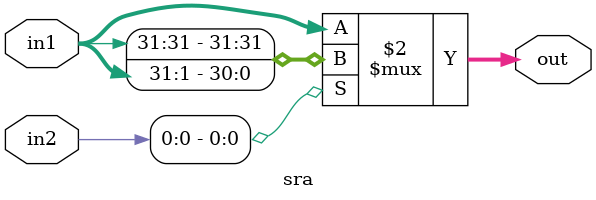
<source format=v>
module sra (
    in1,
    in2,
    out
);
  input [31:0] in1;
  input [31:0] in2;
  output [31:0] out;

  assign out = in2[0] == 1 ? {in1[31], in1[31:1]} : in1;
endmodule
</source>
